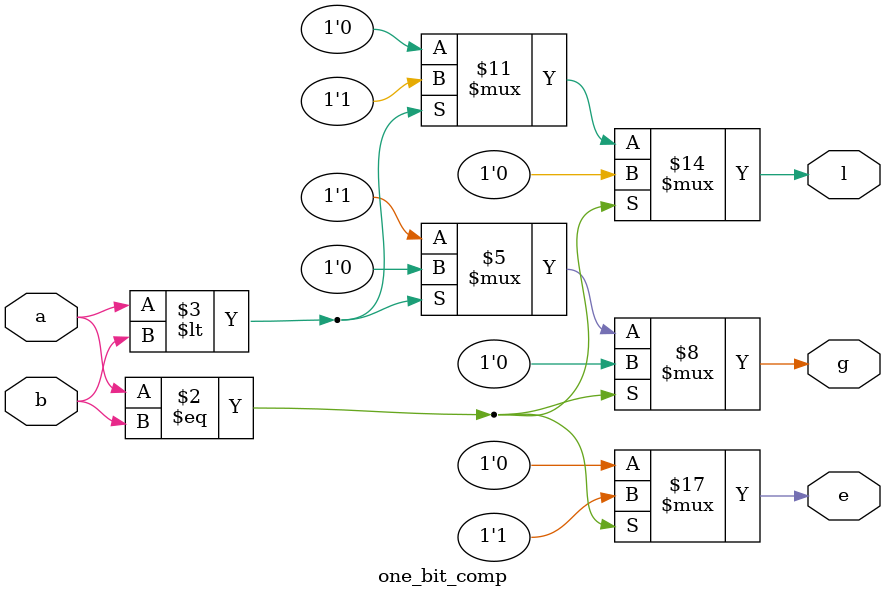
<source format=v>

module one_bit_comp(a,b,e,l,g) ;
     input wire a,b;
     output reg e,l,g;

always @(*) begin 
e <= 1'b0;
l <= 1'b0;
g <= 1'b0;
if (a==b) begin
    e <= 1'b1;
    end
else if (a<b) begin
    l <= 1'b1;
    end
else begin
    g <= 1'b1;
    end
end 
endmodule
</source>
